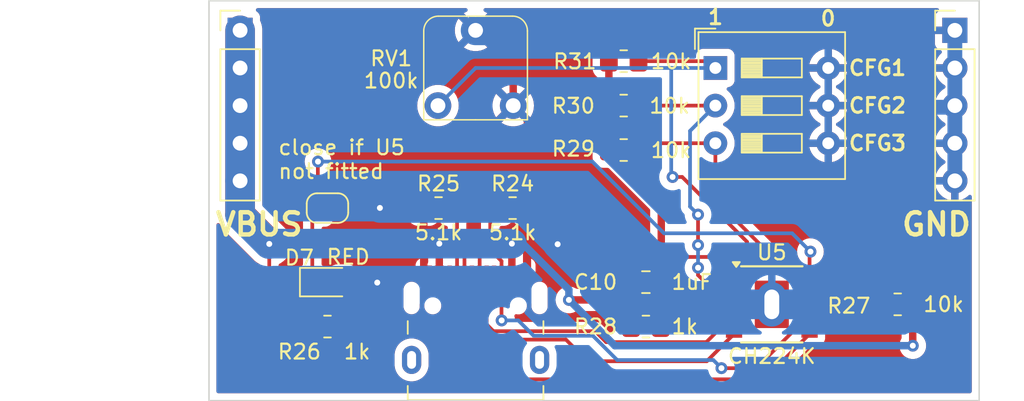
<source format=kicad_pcb>
(kicad_pcb (version 20240108) (generator "pcbnew") (generator_version "8.0")
  (layers (0 "F.Cu" signal) (31 "B.Cu" signal) (34 "B.Paste" user) (35 "F.Paste" user) (36 "B.SilkS" user "B.Silkscreen") (37 "F.SilkS" user "F.Silkscreen") (38 "B.Mask" user) (39 "F.Mask" user) (44 "Edge.Cuts" user))
  (net 0 "")
  (net 1 "/VDD_2")
  (net 2 "/CC2_2")
  (net 3 "/VBUS_2")
  (net 4 "/GND_2")
  (net 5 "/DP_2")
  (net 6 "/DM_2")
  (net 7 "/CC1_2")
  (net 8 "/CFG1_2")
  (net 9 "/CFG2_2")
  (net 10 "/CFG3_2")
  (net 11 "/PG_2")
  (net 12 "Net-(D7-A)")
  (net 17 "Net-(U5-VBUS)")
  (footprint "Resistor_SMD:R_0805_2012Metric_Pad1.20x1.40mm_HandSolder" (layer "F.Cu") (at 78 60.08 180)
    (property "Reference" "R29" (at 3.4 0.08 0) (layer "F.SilkS"))
    (property "Value" "10k" (at -3.2 -0.02 0) (layer "F.SilkS"))
    (fp_line (start -0.227064 0.735) (end 0.227064 0.735) (stroke (width 0.12)) (layer "F.SilkS"))
    (fp_line (start -0.227064 -0.735) (end 0.227064 -0.735) (stroke (width 0.12)) (layer "F.SilkS"))
    (pad "1" smd roundrect (at -1 0 180) (size 1.2 1.4) (layers "F.Cu" "F.Paste" "F.Mask") (roundrect_rratio 0.208333) (net 10 "/CFG3_2"))
    (pad "2" smd roundrect (at 1 0 180) (size 1.2 1.4) (layers "F.Cu" "F.Paste" "F.Mask") (roundrect_rratio 0.208333) (net 1 "/VDD_2"))
  )
  (footprint "Resistor_SMD:R_0805_2012Metric_Pad1.20x1.40mm_HandSolder" (layer "F.Cu") (at 65.5 64 180)
    (property "Reference" "R25" (at 0 1.65 180) (layer "F.SilkS"))
    (property "Value" "5.1k" (at 0 -1.65 180) (layer "F.SilkS"))
    (fp_line (start -0.227064 0.735) (end 0.227064 0.735) (stroke (width 0.12)) (layer "F.SilkS"))
    (fp_line (start -0.227064 -0.735) (end 0.227064 -0.735) (stroke (width 0.12)) (layer "F.SilkS"))
    (pad "1" smd roundrect (at -1 0 180) (size 1.2 1.4) (layers "F.Cu" "F.Paste" "F.Mask") (roundrect_rratio 0.208333) (net 7 "/CC1_2"))
    (pad "2" smd roundrect (at 1 0 180) (size 1.2 1.4) (layers "F.Cu" "F.Paste" "F.Mask") (roundrect_rratio 0.208333) (net 4 "/GND_2"))
  )
  (footprint "Resistor_SMD:R_0805_2012Metric_Pad1.20x1.40mm_HandSolder" (layer "F.Cu") (at 96.5 70.5 180)
    (property "Reference" "R27" (at 3.3 -0.1 0) (layer "F.SilkS"))
    (property "Value" "10k" (at -3.1 0 0) (layer "F.SilkS"))
    (fp_line (start -0.227064 0.735) (end 0.227064 0.735) (stroke (width 0.12)) (layer "F.SilkS"))
    (fp_line (start -0.227064 -0.735) (end 0.227064 -0.735) (stroke (width 0.12)) (layer "F.SilkS"))
    (pad "1" smd roundrect (at -1 0 180) (size 1.2 1.4) (layers "F.Cu" "F.Paste" "F.Mask") (roundrect_rratio 0.208333) (net 3 "/VBUS_2"))
    (pad "2" smd roundrect (at 1 0 180) (size 1.2 1.4) (layers "F.Cu" "F.Paste" "F.Mask") (roundrect_rratio 0.208333) (net 17 "Net-(U5-VBUS)"))
  )
  (footprint "Jumper:SolderJumper-2_P1.3mm_Open_RoundedPad1.0x1.5mm" (layer "F.Cu") (at 58 64 180)
    (property "Reference" "JP4" (hide yes))
    (property "Value" "Jumper_2_Open")
    (fp_line (start 1.4 -0.3) (end 1.4 0.3) (stroke (width 0.12)) (layer "F.SilkS"))
    (fp_line (start 0.7 1) (end -0.7 1) (stroke (width 0.12)) (layer "F.SilkS"))
    (fp_line (start -0.7 -1) (end 0.7 -1) (stroke (width 0.12)) (layer "F.SilkS"))
    (fp_line (start -1.4 0.3) (end -1.4 -0.3) (stroke (width 0.12)) (layer "F.SilkS"))
    (fp_arc (start 1.4 0.3) (mid 1.194975 0.794975) (end 0.7 1) (stroke (width 0.12)) (layer "F.SilkS"))
    (fp_arc (start 0.7 -1) (mid 1.194975 -0.794975) (end 1.4 -0.3) (stroke (width 0.12)) (layer "F.SilkS"))
    (fp_arc (start -0.7 1) (mid -1.194975 0.794975) (end -1.4 0.3) (stroke (width 0.12)) (layer "F.SilkS"))
    (fp_arc (start -1.4 -0.3) (mid -1.194975 -0.794975) (end -0.7 -1) (stroke (width 0.12)) (layer "F.SilkS"))
    (pad "1" smd custom (at -0.65 0 180) (size 1 0.5) (layers "F.Cu" "F.Mask") (net 4 "/GND_2") (options (clearance outline) (anchor rect)) (primitives (gr_circle (center 0 0.25) (end 0.5 0.25) (width 0) (fill yes)) (gr_circle (center 0 -0.25) (end 0.5 -0.25) (width 0) (fill yes)) (gr_poly (pts (xy 0.5 0.75) (xy 0 0.75) (xy 0 -0.75) (xy 0.5 -0.75)) (width 0) (fill yes))))
    (pad "2" smd custom (at 0.65 0 180) (size 1 0.5) (layers "F.Cu" "F.Mask") (net 11 "/PG_2") (options (clearance outline) (anchor rect)) (primitives (gr_circle (center 0 0.25) (end 0.5 0.25) (width 0) (fill yes)) (gr_circle (center 0 -0.25) (end 0.5 -0.25) (width 0) (fill yes)) (gr_poly (pts (xy 0 0.75) (xy -0.5 0.75) (xy -0.5 -0.75) (xy 0 -0.75)) (width 0) (fill yes))))
  )
  (footprint "Capacitor_SMD:C_0805_2012Metric_Pad1.18x1.45mm_HandSolder" (layer "F.Cu") (at 79.5 69 180)
    (property "Reference" "C10" (at 3.4 0 0) (layer "F.SilkS"))
    (property "Value" "1uF" (at -3.1 0 0) (layer "F.SilkS"))
    (fp_line (start -0.261252 0.735) (end 0.261252 0.735) (stroke (width 0.12)) (layer "F.SilkS"))
    (fp_line (start -0.261252 -0.735) (end 0.261252 -0.735) (stroke (width 0.12)) (layer "F.SilkS"))
    (pad "1" smd roundrect (at -1.0375 0 180) (size 1.175 1.45) (layers "F.Cu" "F.Paste" "F.Mask") (roundrect_rratio 0.212766) (net 1 "/VDD_2"))
    (pad "2" smd roundrect (at 1.0375 0 180) (size 1.175 1.45) (layers "F.Cu" "F.Paste" "F.Mask") (roundrect_rratio 0.212766) (net 4 "/GND_2"))
  )
  (footprint "Button_Switch_THT:SW_DIP_SPSTx03_Slide_9.78x9.8mm_W7.62mm_P2.54mm" (layer "F.Cu") (at 84.19 54.54)
    (property "Reference" "SW3" (hide yes))
    (property "Value" "SW_DIP_x03")
    (fp_line (start -1.38 -2.66) (end -1.38 -1.277) (stroke (width 0.12)) (layer "F.SilkS"))
    (fp_line (start -1.38 -2.66) (end 0.004 -2.66) (stroke (width 0.12)) (layer "F.SilkS"))
    (fp_line (start -1.14 -2.42) (end -1.14 7.5) (stroke (width 0.12)) (layer "F.SilkS"))
    (fp_line (start -1.14 -2.42) (end 8.76 -2.42) (stroke (width 0.12)) (layer "F.SilkS"))
    (fp_line (start -1.14 7.5) (end 8.76 7.5) (stroke (width 0.12)) (layer "F.SilkS"))
    (fp_line (start 1.78 -0.635) (end 1.78 0.635) (stroke (width 0.12)) (layer "F.SilkS"))
    (fp_line (start 1.78 -0.515) (end 3.133333 -0.515) (stroke (width 0.12)) (layer "F.SilkS"))
    (fp_line (start 1.78 -0.395) (end 3.133333 -0.395) (stroke (width 0.12)) (layer "F.SilkS"))
    (fp_line (start 1.78 -0.275) (end 3.133333 -0.275) (stroke (width 0.12)) (layer "F.SilkS"))
    (fp_line (start 1.78 -0.155) (end 3.133333 -0.155) (stroke (width 0.12)) (layer "F.SilkS"))
    (fp_line (start 1.78 -0.035) (end 3.133333 -0.035) (stroke (width 0.12)) (layer "F.SilkS"))
    (fp_line (start 1.78 0.085) (end 3.133333 0.085) (stroke (width 0.12)) (layer "F.SilkS"))
    (fp_line (start 1.78 0.205) (end 3.133333 0.205) (stroke (width 0.12)) (layer "F.SilkS"))
    (fp_line (start 1.78 0.325) (end 3.133333 0.325) (stroke (width 0.12)) (layer "F.SilkS"))
    (fp_line (start 1.78 0.445) (end 3.133333 0.445) (stroke (width 0.12)) (layer "F.SilkS"))
    (fp_line (start 1.78 0.565) (end 3.133333 0.565) (stroke (width 0.12)) (layer "F.SilkS"))
    (fp_line (start 1.78 0.635) (end 5.84 0.635) (stroke (width 0.12)) (layer "F.SilkS"))
    (fp_line (start 1.78 1.905) (end 1.78 3.175) (stroke (width 0.12)) (layer "F.SilkS"))
    (fp_line (start 1.78 2.025) (end 3.133333 2.025) (stroke (width 0.12)) (layer "F.SilkS"))
    (fp_line (start 1.78 2.145) (end 3.133333 2.145) (stroke (width 0.12)) (layer "F.SilkS"))
    (fp_line (start 1.78 2.265) (end 3.133333 2.265) (stroke (width 0.12)) (layer "F.SilkS"))
    (fp_line (start 1.78 2.385) (end 3.133333 2.385) (stroke (width 0.12)) (layer "F.SilkS"))
    (fp_line (start 1.78 2.505) (end 3.133333 2.505) (stroke (width 0.12)) (layer "F.SilkS"))
    (fp_line (start 1.78 2.625) (end 3.133333 2.625) (stroke (width 0.12)) (layer "F.SilkS"))
    (fp_line (start 1.78 2.745) (end 3.133333 2.745) (stroke (width 0.12)) (layer "F.SilkS"))
    (fp_line (start 1.78 2.865) (end 3.133333 2.865) (stroke (width 0.12)) (layer "F.SilkS"))
    (fp_line (start 1.78 2.985) (end 3.133333 2.985) (stroke (width 0.12)) (layer "F.SilkS"))
    (fp_line (start 1.78 3.105) (end 3.133333 3.105) (stroke (width 0.12)) (layer "F.SilkS"))
    (fp_line (start 1.78 3.175) (end 5.84 3.175) (stroke (width 0.12)) (layer "F.SilkS"))
    (fp_line (start 1.78 4.445) (end 1.78 5.715) (stroke (width 0.12)) (layer "F.SilkS"))
    (fp_line (start 1.78 4.565) (end 3.133333 4.565) (stroke (width 0.12)) (layer "F.SilkS"))
    (fp_line (start 1.78 4.685) (end 3.133333 4.685) (stroke (width 0.12)) (layer "F.SilkS"))
    (fp_line (start 1.78 4.805) (end 3.133333 4.805) (stroke (width 0.12)) (layer "F.SilkS"))
    (fp_line (start 1.78 4.925) (end 3.133333 4.925) (stroke (width 0.12)) (layer "F.SilkS"))
    (fp_line (start 1.78 5.045) (end 3.133333 5.045) (stroke (width 0.12)) (layer "F.SilkS"))
    (fp_line (start 1.78 5.165) (end 3.133333 5.165) (stroke (width 0.12)) (layer "F.SilkS"))
    (fp_line (start 1.78 5.285) (end 3.133333 5.285) (stroke (width 0.12)) (layer "F.SilkS"))
    (fp_line (start 1.78 5.405) (end 3.133333 5.405) (stroke (width 0.12)) (layer "F.SilkS"))
    (fp_line (start 1.78 5.525) (end 3.133333 5.525) (stroke (width 0.12)) (layer "F.SilkS"))
    (fp_line (start 1.78 5.645) (end 3.133333 5.645) (stroke (width 0.12)) (layer "F.SilkS"))
    (fp_line (start 1.78 5.715) (end 5.84 5.715) (stroke (width 0.12)) (layer "F.SilkS"))
    (fp_line (start 3.133333 -0.635) (end 3.133333 0.635) (stroke (width 0.12)) (layer "F.SilkS"))
    (fp_line (start 3.133333 1.905) (end 3.133333 3.175) (stroke (width 0.12)) (layer "F.SilkS"))
    (fp_line (start 3.133333 4.445) (end 3.133333 5.715) (stroke (width 0.12)) (layer "F.SilkS"))
    (fp_line (start 5.84 -0.635) (end 1.78 -0.635) (stroke (width 0.12)) (layer "F.SilkS"))
    (fp_line (start 5.84 0.635) (end 5.84 -0.635) (stroke (width 0.12)) (layer "F.SilkS"))
    (fp_line (start 5.84 1.905) (end 1.78 1.905) (stroke (width 0.12)) (layer "F.SilkS"))
    (fp_line (start 5.84 3.175) (end 5.84 1.905) (stroke (width 0.12)) (layer "F.SilkS"))
    (fp_line (start 5.84 4.445) (end 1.78 4.445) (stroke (width 0.12)) (layer "F.SilkS"))
    (fp_line (start 5.84 5.715) (end 5.84 4.445) (stroke (width 0.12)) (layer "F.SilkS"))
    (fp_line (start 8.76 -2.42) (end 8.76 7.5) (stroke (width 0.12)) (layer "F.SilkS"))
    (pad "1" thru_hole rect (at 0 0) (size 1.6 1.6) (drill 0.8) (layers "*.Cu" "*.Mask") (net 8 "/CFG1_2"))
    (pad "2" thru_hole oval (at 0 2.54) (size 1.6 1.6) (drill 0.8) (layers "*.Cu" "*.Mask") (net 9 "/CFG2_2"))
    (pad "3" thru_hole oval (at 0 5.08) (size 1.6 1.6) (drill 0.8) (layers "*.Cu" "*.Mask") (net 10 "/CFG3_2"))
    (pad "4" thru_hole oval (at 7.62 5.08) (size 1.6 1.6) (drill 0.8) (layers "*.Cu" "*.Mask") (net 4 "/GND_2"))
    (pad "5" thru_hole oval (at 7.62 2.54) (size 1.6 1.6) (drill 0.8) (layers "*.Cu" "*.Mask") (net 4 "/GND_2"))
    (pad "6" thru_hole oval (at 7.62 0) (size 1.6 1.6) (drill 0.8) (layers "*.Cu" "*.Mask") (net 4 "/GND_2"))
  )
  (footprint "misc:ESSOP-10_EP_3.9x4.9mm_P1.00mm_pth" (layer "F.Cu") (at 88 70.5)
    (property "Reference" "U5" (at 0 -3.5 0) (layer "F.SilkS"))
    (property "Value" "CH224K" (at 0 3.5 0) (layer "F.SilkS"))
    (fp_line (start -2.07 -2.57) (end 2.07 -2.57) (stroke (width 0.15)) (layer "F.SilkS"))
    (fp_line (start -2.07 2.57) (end 2.07 2.57) (stroke (width 0.15)) (layer "F.SilkS"))
    (fp_poly (pts (xy -2.4 -2.526919) (xy -2.64 -2.856919) (xy -2.16 -2.856919) (xy -2.4 -2.526919)) (stroke (width 0.12)) (fill solid) (layer "F.SilkS"))
    (pad "0" thru_hole oval (at 0 0) (size 2 3) (drill oval 1 2) (layers "*.Cu" "*.Mask") (net 4 "/GND_2"))
    (pad "0" smd rect (at 0 0 90) (size 3.2 2.3) (layers "F.Cu" "F.Paste" "F.Mask") (net 4 "/GND_2"))
    (pad "1" smd rect (at -2.55 -2) (size 1.1 0.51) (layers "F.Cu" "F.Paste" "F.Mask") (net 1 "/VDD_2"))
    (pad "2" smd rect (at -2.55 -1) (size 1.1 0.51) (layers "F.Cu" "F.Paste" "F.Mask") (net 8 "/CFG1_2"))
    (pad "3" smd rect (at -2.55 0) (size 1.1 0.51) (layers "F.Cu" "F.Paste" "F.Mask") (net 9 "/CFG2_2"))
    (pad "4" smd rect (at -2.55 1) (size 1.1 0.51) (layers "F.Cu" "F.Paste" "F.Mask") (net 5 "/DP_2"))
    (pad "5" smd rect (at -2.55 2) (size 1.1 0.51) (layers "F.Cu" "F.Paste" "F.Mask") (net 6 "/DM_2"))
    (pad "6" smd rect (at 2.55 2) (size 1.1 0.51) (layers "F.Cu" "F.Paste" "F.Mask") (net 7 "/CC1_2"))
    (pad "7" smd rect (at 2.55 1) (size 1.1 0.51) (layers "F.Cu" "F.Paste" "F.Mask") (net 2 "/CC2_2"))
    (pad "8" smd rect (at 2.55 0) (size 1.1 0.51) (layers "F.Cu" "F.Paste" "F.Mask") (net 17 "Net-(U5-VBUS)"))
    (pad "9" smd rect (at 2.55 -1) (size 1.1 0.51) (layers "F.Cu" "F.Paste" "F.Mask") (net 10 "/CFG3_2"))
    (pad "10" smd rect (at 2.55 -2) (size 1.1 0.51) (layers "F.Cu" "F.Paste" "F.Mask") (net 11 "/PG_2"))
  )
  (footprint "Connector_PinHeader_2.54mm:PinHeader_1x05_P2.54mm_Vertical" (layer "F.Cu") (at 100.36 52)
    (property "Reference" "J17" (hide yes))
    (property "Value" "Conn_01x05")
    (fp_line (start -1.33 -1.33) (end 0 -1.33) (stroke (width 0.12)) (layer "F.SilkS"))
    (fp_line (start -1.33 0) (end -1.33 -1.33) (stroke (width 0.12)) (layer "F.SilkS"))
    (fp_line (start -1.33 1.27) (end -1.33 11.49) (stroke (width 0.12)) (layer "F.SilkS"))
    (fp_line (start -1.33 1.27) (end 1.33 1.27) (stroke (width 0.12)) (layer "F.SilkS"))
    (fp_line (start -1.33 11.49) (end 1.33 11.49) (stroke (width 0.12)) (layer "F.SilkS"))
    (fp_line (start 1.33 1.27) (end 1.33 11.49) (stroke (width 0.12)) (layer "F.SilkS"))
    (pad "1" thru_hole rect (at 0 0) (size 1.7 1.7) (drill 1) (layers "*.Cu" "*.Mask") (net 4 "/GND_2"))
    (pad "2" thru_hole oval (at 0 2.54) (size 1.7 1.7) (drill 1) (layers "*.Cu" "*.Mask") (net 4 "/GND_2"))
    (pad "3" thru_hole oval (at 0 5.08) (size 1.7 1.7) (drill 1) (layers "*.Cu" "*.Mask") (net 4 "/GND_2"))
    (pad "4" thru_hole oval (at 0 7.62) (size 1.7 1.7) (drill 1) (layers "*.Cu" "*.Mask") (net 4 "/GND_2"))
    (pad "5" thru_hole oval (at 0 10.16) (size 1.7 1.7) (drill 1) (layers "*.Cu" "*.Mask") (net 4 "/GND_2"))
  )
  (footprint "Resistor_SMD:R_0805_2012Metric_Pad1.20x1.40mm_HandSolder" (layer "F.Cu") (at 78 57.08 180)
    (property "Reference" "R30" (at 3.4 -0.02 0) (layer "F.SilkS"))
    (property "Value" "10k" (at -3.1 -0.02 0) (layer "F.SilkS"))
    (fp_line (start -0.227064 0.735) (end 0.227064 0.735) (stroke (width 0.12)) (layer "F.SilkS"))
    (fp_line (start -0.227064 -0.735) (end 0.227064 -0.735) (stroke (width 0.12)) (layer "F.SilkS"))
    (pad "1" smd roundrect (at -1 0 180) (size 1.2 1.4) (layers "F.Cu" "F.Paste" "F.Mask") (roundrect_rratio 0.208333) (net 9 "/CFG2_2"))
    (pad "2" smd roundrect (at 1 0 180) (size 1.2 1.4) (layers "F.Cu" "F.Paste" "F.Mask") (roundrect_rratio 0.208333) (net 1 "/VDD_2"))
  )
  (footprint "LED_SMD:LED_0805_2012Metric_Pad1.15x1.40mm_HandSolder" (layer "F.Cu") (at 58 69)
    (property "Reference" "D7" (at -1.9 -1.65 0) (layer "F.SilkS"))
    (property "Value" "RED" (at 1.4 -1.7 0) (layer "F.SilkS"))
    (fp_line (start -1.86 -0.96) (end -1.86 0.96) (stroke (width 0.12)) (layer "F.SilkS"))
    (fp_line (start -1.86 0.96) (end 1 0.96) (stroke (width 0.12)) (layer "F.SilkS"))
    (fp_line (start 1 -0.96) (end -1.86 -0.96) (stroke (width 0.12)) (layer "F.SilkS"))
    (pad "1" smd roundrect (at -1.025 0) (size 1.15 1.4) (layers "F.Cu" "F.Paste" "F.Mask") (roundrect_rratio 0.217391) (net 11 "/PG_2"))
    (pad "2" smd roundrect (at 1.025 0) (size 1.15 1.4) (layers "F.Cu" "F.Paste" "F.Mask") (roundrect_rratio 0.217391) (net 12 "Net-(D7-A)"))
  )
  (footprint "Connector_PinHeader_2.54mm:PinHeader_1x05_P2.54mm_Vertical" (layer "F.Cu") (at 52.1 52)
    (property "Reference" "J16" (hide yes))
    (property "Value" "Conn_01x05")
    (fp_line (start -1.33 -1.33) (end 0 -1.33) (stroke (width 0.12)) (layer "F.SilkS"))
    (fp_line (start -1.33 0) (end -1.33 -1.33) (stroke (width 0.12)) (layer "F.SilkS"))
    (fp_line (start -1.33 1.27) (end -1.33 11.49) (stroke (width 0.12)) (layer "F.SilkS"))
    (fp_line (start -1.33 1.27) (end 1.33 1.27) (stroke (width 0.12)) (layer "F.SilkS"))
    (fp_line (start -1.33 11.49) (end 1.33 11.49) (stroke (width 0.12)) (layer "F.SilkS"))
    (fp_line (start 1.33 1.27) (end 1.33 11.49) (stroke (width 0.12)) (layer "F.SilkS"))
    (pad "1" thru_hole rect (at 0 0) (size 1.7 1.7) (drill 1) (layers "*.Cu" "*.Mask") (net 3 "/VBUS_2"))
    (pad "2" thru_hole oval (at 0 2.54) (size 1.7 1.7) (drill 1) (layers "*.Cu" "*.Mask") (net 3 "/VBUS_2"))
    (pad "3" thru_hole oval (at 0 5.08) (size 1.7 1.7) (drill 1) (layers "*.Cu" "*.Mask") (net 3 "/VBUS_2"))
    (pad "4" thru_hole oval (at 0 7.62) (size 1.7 1.7) (drill 1) (layers "*.Cu" "*.Mask") (net 3 "/VBUS_2"))
    (pad "5" thru_hole oval (at 0 10.16) (size 1.7 1.7) (drill 1) (layers "*.Cu" "*.Mask") (net 3 "/VBUS_2"))
  )
  (footprint "Resistor_SMD:R_0805_2012Metric_Pad1.20x1.40mm_HandSolder" (layer "F.Cu") (at 70.5 64)
    (property "Reference" "R24" (at 0 -1.65 0) (layer "F.SilkS"))
    (property "Value" "5.1k" (at 0 1.65 0) (layer "F.SilkS"))
    (fp_line (start -0.227064 -0.735) (end 0.227064 -0.735) (stroke (width 0.12)) (layer "F.SilkS"))
    (fp_line (start -0.227064 0.735) (end 0.227064 0.735) (stroke (width 0.12)) (layer "F.SilkS"))
    (pad "1" smd roundrect (at -1 0) (size 1.2 1.4) (layers "F.Cu" "F.Paste" "F.Mask") (roundrect_rratio 0.208333) (net 2 "/CC2_2"))
    (pad "2" smd roundrect (at 1 0) (size 1.2 1.4) (layers "F.Cu" "F.Paste" "F.Mask") (roundrect_rratio 0.208333) (net 4 "/GND_2"))
  )
  (footprint "Resistor_SMD:R_0805_2012Metric_Pad1.20x1.40mm_HandSolder" (layer "F.Cu") (at 58 72)
    (property "Reference" "R26" (at -1.9 1.7 0) (layer "F.SilkS"))
    (property "Value" "1k" (at 2 1.7 0) (layer "F.SilkS"))
    (fp_line (start -0.227064 -0.735) (end 0.227064 -0.735) (stroke (width 0.12)) (layer "F.SilkS"))
    (fp_line (start -0.227064 0.735) (end 0.227064 0.735) (stroke (width 0.12)) (layer "F.SilkS"))
    (pad "1" smd roundrect (at -1 0) (size 1.2 1.4) (layers "F.Cu" "F.Paste" "F.Mask") (roundrect_rratio 0.208333) (net 3 "/VBUS_2"))
    (pad "2" smd roundrect (at 1 0) (size 1.2 1.4) (layers "F.Cu" "F.Paste" "F.Mask") (roundrect_rratio 0.208333) (net 12 "Net-(D7-A)"))
  )
  (footprint "misc:trim_pot" (layer "F.Cu") (at 68 54.54)
    (property "Reference" "RV1" (at -5.7 -0.64 0) (layer "F.SilkS"))
    (property "Value" "100k" (at -5.7 0.86 0) (layer "F.SilkS"))
    (fp_line (start -3.5 3.5) (end -3.5 -2.5) (stroke (width 0.1)) (layer "F.SilkS"))
    (fp_line (start -3.5 3.5) (end 0 3.5) (stroke (width 0.1)) (layer "F.SilkS"))
    (fp_line (start -2.5 -3.5) (end 0 -3.5) (stroke (width 0.1)) (layer "F.SilkS"))
    (fp_line (start 2.5 -3.5) (end 0 -3.5) (stroke (width 0.1)) (layer "F.SilkS"))
    (fp_line (start 3.5 3.5) (end 0 3.5) (stroke (width 0.1)) (layer "F.SilkS"))
    (fp_line (start 3.5 3.5) (end 3.5 -2.5) (stroke (width 0.1)) (layer "F.SilkS"))
    (fp_arc (start -3.5 -2.5) (mid -3.207107 -3.207107) (end -2.5 -3.5) (stroke (width 0.1)) (layer "F.SilkS"))
    (fp_arc (start 2.5 -3.5) (mid 3.207107 -3.207107) (end 3.5 -2.5) (stroke (width 0.1)) (layer "F.SilkS"))
    (pad "1" thru_hole circle (at -2.54 2.54) (size 1.8 1.8) (drill 1) (layers "*.Cu" "*.Mask") (net 8 "/CFG1_2"))
    (pad "2" thru_hole circle (at 0 -2.54) (size 1.8 1.8) (drill 1) (layers "*.Cu" "*.Mask") (net 4 "/GND_2"))
    (pad "3" thru_hole circle (at 2.54 2.54) (size 1.8 1.8) (drill 1) (layers "*.Cu" "*.Mask") (net 4 "/GND_2"))
  )
  (footprint "Resistor_SMD:R_0805_2012Metric_Pad1.20x1.40mm_HandSolder" (layer "F.Cu") (at 78 54.08 180)
    (property "Reference" "R31" (at 3.3 -0.02 0) (layer "F.SilkS"))
    (property "Value" "10k" (at -3.2 -0.02 0) (layer "F.SilkS"))
    (fp_line (start -0.227064 0.735) (end 0.227064 0.735) (stroke (width 0.12)) (layer "F.SilkS"))
    (fp_line (start -0.227064 -0.735) (end 0.227064 -0.735) (stroke (width 0.12)) (layer "F.SilkS"))
    (pad "1" smd roundrect (at -1 0 180) (size 1.2 1.4) (layers "F.Cu" "F.Paste" "F.Mask") (roundrect_rratio 0.208333) (net 8 "/CFG1_2"))
    (pad "2" smd roundrect (at 1 0 180) (size 1.2 1.4) (layers "F.Cu" "F.Paste" "F.Mask") (roundrect_rratio 0.208333) (net 1 "/VDD_2"))
  )
  (footprint "Resistor_SMD:R_0805_2012Metric_Pad1.20x1.40mm_HandSolder" (layer "F.Cu") (at 79.5 72)
    (property "Reference" "R28" (at -3.4 0 0) (layer "F.SilkS"))
    (property "Value" "1k" (at 2.623809 0 0) (layer "F.SilkS"))
    (fp_line (start -0.227064 -0.735) (end 0.227064 -0.735) (stroke (width 0.12)) (layer "F.SilkS"))
    (fp_line (start -0.227064 0.735) (end 0.227064 0.735) (stroke (width 0.12)) (layer "F.SilkS"))
    (pad "1" smd roundrect (at -1 0) (size 1.2 1.4) (layers "F.Cu" "F.Paste" "F.Mask") (roundrect_rratio 0.208333) (net 3 "/VBUS_2"))
    (pad "2" smd roundrect (at 1 0) (size 1.2 1.4) (layers "F.Cu" "F.Paste" "F.Mask") (roundrect_rratio 0.208333) (net 1 "/VDD_2"))
  )
  (footprint "misc:usb_c_connector" (layer "F.Cu") (at 68 74.25)
    (property "Reference" "J18" (hide yes))
    (property "Value" "USB_C_Receptacle_USB2.0")
    (fp_line (start -4.58 -2.617) (end -4.58 -1.762) (stroke (width 0.12)) (layer "F.SilkS"))
    (fp_line (start -4.58 1.758) (end -4.58 2.708) (stroke (width 0.12)) (layer "F.SilkS"))
    (fp_line (start -4.58 2.708) (end 4.58 2.708) (stroke (width 0.12)) (layer "F.SilkS"))
    (fp_line (start 4.58 -2.617) (end 4.58 -1.762) (stroke (width 0.12)) (layer "F.SilkS"))
    (fp_line (start 4.58 1.758) (end 4.58 2.708) (stroke (width 0.12)) (layer "F.SilkS"))
    (pad "" np_thru_hole oval (at -4.32 -4.18) (size 0.6 1.7) (drill oval 0.6 1.7) (layers "F&B.Cu" "*.Mask"))
    (pad "" np_thru_hole circle (at -2.89 -3.65) (size 0.65 0.65) (drill 0.65) (layers "F&B.Cu" "*.Mask"))
    (pad "" np_thru_hole circle (at 2.89 -3.65) (size 0.65 0.65) (drill 0.65) (layers "F&B.Cu" "*.Mask"))
    (pad "" np_thru_hole oval (at 4.32 -4.18) (size 0.6 1.7) (drill oval 0.6 1.7) (layers "F&B.Cu" "*.Mask"))
    (pad "A1" smd rect (at -3.25 -5.37) (size 0.6 2) (layers "F.Cu" "F.Paste" "F.Mask") (net 4 "/GND_2"))
    (pad "A4" smd rect (at -2.45 -5.37) (size 0.6 2) (layers "F.Cu" "F.Paste" "F.Mask") (net 3 "/VBUS_2"))
    (pad "A5" smd rect (at -1.25 -5.37) (size 0.3 2) (layers "F.Cu" "F.Paste" "F.Mask") (net 7 "/CC1_2"))
    (pad "A6" smd rect (at -0.25 -5.37) (size 0.3 2) (layers "F.Cu" "F.Paste" "F.Mask") (net 5 "/DP_2"))
    (pad "A7" smd rect (at 0.25 -5.37) (size 0.3 2) (layers "F.Cu" "F.Paste" "F.Mask") (net 6 "/DM_2"))
    (pad "A8" smd rect (at 1.25 -5.37) (size 0.3 2) (layers "F.Cu" "F.Paste" "F.Mask"))
    (pad "A9" smd rect (at 2.45 -5.37) (size 0.6 2) (layers "F.Cu" "F.Paste" "F.Mask") (net 3 "/VBUS_2"))
    (pad "A12" smd rect (at 3.25 -5.37) (size 0.6 2) (layers "F.Cu" "F.Paste" "F.Mask") (net 4 "/GND_2"))
    (pad "B1" smd rect (at 3.25 -5.37) (size 0.6 2) (layers "F.Cu" "F.Paste" "F.Mask") (net 4 "/GND_2"))
    (pad "B4" smd rect (at 2.45 -5.37) (size 0.6 2) (layers "F.Cu" "F.Paste" "F.Mask") (net 3 "/VBUS_2"))
    (pad "B5" smd rect (at 1.75 -5.37) (size 0.3 2) (layers "F.Cu" "F.Paste" "F.Mask") (net 2 "/CC2_2"))
    (pad "B6" smd rect (at 0.75 -5.37) (size 0.3 2) (layers "F.Cu" "F.Paste" "F.Mask") (net 5 "/DP_2"))
    (pad "B7" smd rect (at -0.75 -5.37) (size 0.3 2) (layers "F.Cu" "F.Paste" "F.Mask") (net 6 "/DM_2"))
    (pad "B8" smd rect (at -1.75 -5.37) (size 0.3 2) (layers "F.Cu" "F.Paste" "F.Mask"))
    (pad "B9" smd rect (at -2.45 -5.37) (size 0.6 2) (layers "F.Cu" "F.Paste" "F.Mask") (net 3 "/VBUS_2"))
    (pad "B12" smd rect (at -3.25 -5.37) (size 0.6 2) (layers "F.Cu" "F.Paste" "F.Mask") (net 4 "/GND_2"))
    (pad "S1" thru_hole oval (at -4.32 0) (size 1.3 1.9) (drill oval 0.6 1.2) (layers "*.Cu" "*.Mask"))
    (pad "S1" thru_hole oval (at 4.32 0) (size 1.3 1.9) (drill oval 0.6 1.2) (layers "*.Cu" "*.Mask"))
  )
  (gr_rect (start 50 50) (end 102 77) (stroke (width 0.1)) (fill none) (layer "Edge.Cuts"))
  (gr_text "CFG2" (at 93.1 57.08 0) (layer "F.SilkS") (effects (font (size 1 1) (thickness 0.2) (bold yes)) (justify left)))
  (gr_text "GND" (at 101.6 65.1 0) (layer "F.SilkS") (effects (font (size 1.5 1.5) (thickness 0.3) (bold yes)) (justify right)))
  (gr_text "1" (at 84.2 51.1 0) (layer "F.SilkS") (effects (font (size 1 1) (thickness 0.2) (bold yes))))
  (gr_text "0" (at 91.8 51.2 0) (layer "F.SilkS") (effects (font (size 1 1) (thickness 0.2) (bold yes))))
  (gr_text "close if U5\nnot fitted" (at 54.6 62.1 0) (layer "F.SilkS") (effects (font (size 1 1)) (justify left bottom)))
  (gr_text "CFG1" (at 93.1 54.54 0) (layer "F.SilkS") (effects (font (size 1 1) (thickness 0.2) (bold yes)) (justify left)))
  (gr_text "VBUS" (at 50.3 65.1 0) (layer "F.SilkS") (effects (font (size 1.5 1.5) (thickness 0.3) (bold yes)) (justify left)))
  (gr_text "CFG3" (at 93.1 59.62 0) (layer "F.SilkS") (effects (font (size 1 1) (thickness 0.2) (bold yes)) (justify left)))
  (segment (start 80.5375 63.7875) (end 80.5375 69) (width 0.5) (layer "F.Cu") (net 1))
  (segment (start 77 54.08) (end 77 57.08) (width 0.5) (layer "F.Cu") (net 1))
  (segment (start 77 60.08) (end 77 60.25) (width 0.5) (layer "F.Cu") (net 1))
  (segment (start 82.2375 67.3) (end 84.25 67.3) (width 0.25) (layer "F.Cu") (net 1))
  (segment (start 84.25 67.3) (end 85.45 68.5) (width 0.25) (layer "F.Cu") (net 1))
  (segment (start 80.5 69.0375) (end 80.5375 69) (width 0.25) (layer "F.Cu") (net 1))
  (segment (start 80.5 72) (end 80.5 69.0375) (width 0.25) (layer "F.Cu") (net 1))
  (segment (start 77 57.08) (end 77 60.08) (width 0.5) (layer "F.Cu") (net 1))
  (segment (start 80.5375 69) (end 82.2375 67.3) (width 0.25) (layer "F.Cu") (net 1))
  (segment (start 77 60.25) (end 80.5375 63.7875) (width 0.5) (layer "F.Cu") (net 1))
  (segment (start 68.99 66.82) (end 68.99 64.51) (width 0.25) (layer "F.Cu") (net 2))
  (segment (start 69.75 71.575) (end 69.75 68.88) (width 0.25) (layer "F.Cu") (net 2))
  (segment (start 69.75 67.58) (end 68.99 66.82) (width 0.25) (layer "F.Cu") (net 2))
  (segment (start 69.75 68.88) (end 69.75 67.58) (width 0.25) (layer "F.Cu") (net 2))
  (segment (start 68.99 64.51) (end 69.5 64) (width 0.25) (layer "F.Cu") (net 2))
  (segment (start 86.946128 74.808872) (end 90.255 71.5) (width 0.25) (layer "F.Cu") (net 2))
  (segment (start 90.255 71.5) (end 90.55 71.5) (width 0.25) (layer "F.Cu") (net 2))
  (segment (start 69.76 71.585) (end 69.75 71.575) (width 0.25) (layer "F.Cu") (net 2))
  (segment (start 84.6 74.808872) (end 86.946128 74.808872) (width 0.25) (layer "F.Cu") (net 2))
  (via (at 84.6 74.808872) (size 0.8) (drill 0.4) (layers "F.Cu" "B.Cu") (net 2))
  (via (at 69.76 71.585) (size 0.8) (drill 0.4) (layers "F.Cu" "B.Cu") (net 2))
  (segment (start 77.56 74.26) (end 75.92 72.62) (width 0.25) (layer "B.Cu") (net 2))
  (segment (start 84.6 74.808872) (end 84.051128 74.26) (width 0.25) (layer "B.Cu") (net 2))
  (segment (start 75.92 72.62) (end 71.92 72.62) (width 0.25) (layer "B.Cu") (net 2))
  (segment (start 70.885 71.585) (end 69.76 71.585) (width 0.25) (layer "B.Cu") (net 2))
  (segment (start 84.051128 74.26) (end 77.56 74.26) (width 0.25) (layer "B.Cu") (net 2))
  (segment (start 71.92 72.62) (end 70.885 71.585) (width 0.25) (layer "B.Cu") (net 2))
  (segment (start 70.45 68.88) (end 70.45 66.47) (width 0.5) (layer "F.Cu") (net 3))
  (segment (start 57 72) (end 54.07 69.07) (width 0.25) (layer "F.Cu") (net 3))
  (segment (start 97.5 70.5) (end 97.52 73.29) (width 0.5) (layer "F.Cu") (net 3))
  (segment (start 76.7 70.2) (end 78.5 72) (width 0.5) (layer "F.Cu") (net 3))
  (segment (start 97.52 73.29) (end 97.5 73.3) (width 0.5) (layer "F.Cu") (net 3))
  (segment (start 54.07 69.07) (end 54.07 66.42) (width 0.25) (layer "F.Cu") (net 3))
  (segment (start 52.1 52) (end 52.1 64.45) (width 2) (layer "F.Cu") (net 3))
  (segment (start 74.3 70.2) (end 76.7 70.2) (width 0.5) (layer "F.Cu") (net 3))
  (segment (start 52.1 64.45) (end 54.07 66.42) (width 2) (layer "F.Cu") (net 3))
  (segment (start 65.55 68.88) (end 65.55 66.42) (width 0.5) (layer "F.Cu") (net 3))
  (segment (start 97.5 73.3) (end 97.52 73.32) (width 0.5) (layer "F.Cu") (net 3))
  (via (at 54.07 66.42) (size 0.8) (drill 0.4) (layers "F.Cu" "B.Cu") (net 3))
  (via (at 97.52 73.29) (size 0.8) (drill 0.4) (layers "F.Cu" "B.Cu") (net 3))
  (via (at 70.45 66.4) (size 0.8) (drill 0.4) (layers "F.Cu" "B.Cu") (net 3))
  (via (at 74.3 70.2) (size 0.8) (drill 0.4) (layers "F.Cu" "B.Cu") (net 3))
  (via (at 65.55 66.4) (size 0.8) (drill 0.4) (layers "F.Cu" "B.Cu") (net 3))
  (segment (start 74.3 70.2) (end 74.313172 70.2) (width 0.5) (layer "B.Cu") (net 3))
  (segment (start 54.05 66.4) (end 54.07 66.42) (width 2) (layer "B.Cu") (net 3))
  (segment (start 74.3 70.2) (end 74.3 69.51) (width 0.5) (layer "B.Cu") (net 3))
  (segment (start 70.45 66.4) (end 65.55 66.4) (width 2) (layer "B.Cu") (net 3))
  (segment (start 77.403172 73.29) (end 97.52 73.29) (width 0.5) (layer "B.Cu") (net 3))
  (segment (start 54.09 66.4) (end 65.55 66.4) (width 2) (layer "B.Cu") (net 3))
  (segment (start 74.313172 70.2) (end 77.403172 73.29) (width 0.5) (layer "B.Cu") (net 3))
  (segment (start 52.1 62.16) (end 52.1 64.48) (width 2) (layer "B.Cu") (net 3))
  (segment (start 74.3 69.51) (end 71.19 66.4) (width 0.5) (layer "B.Cu") (net 3))
  (segment (start 54.07 66.42) (end 54.09 66.4) (width 2) (layer "B.Cu") (net 3))
  (segment (start 52.1 52) (end 52.1 62.16) (width 2) (layer "B.Cu") (net 3))
  (segment (start 52.1 64.48) (end 54.04 66.42) (width 2) (layer "B.Cu") (net 3))
  (segment (start 54.04 66.4) (end 54.05 66.4) (width 2) (layer "B.Cu") (net 3))
  (segment (start 71.19 66.4) (end 70.45 66.4) (width 0.5) (layer "B.Cu") (net 3))
  (segment (start 71.5 64) (end 73.4625 64) (width 0.5) (layer "F.Cu") (net 4))
  (segment (start 61.53 64) (end 58.65 64) (width 0.5) (layer "F.Cu") (net 4))
  (segment (start 64.5 64) (end 61.55 64) (width 0.5) (layer "F.Cu") (net 4))
  (segment (start 61.55 64) (end 61.54 63.99) (width 0.5) (layer "F.Cu") (net 4))
  (segment (start 64.5 66.3) (end 64.5 64) (width 0.5) (layer "F.Cu") (net 4))
  (segment (start 73.13 66.03) (end 73.54 66.44) (width 0.5) (layer "F.Cu") (net 4))
  (segment (start 63.58 66.3) (end 61.36 68.52) (width 0.5) (layer "F.Cu") (net 4))
  (segment (start 73.4625 64) (end 78.4625 69) (width 0.5) (layer "F.Cu") (net 4))
  (segment (start 70.54 57.08) (end 70.54 54.54) (width 0.5) (layer "F.Cu") (net 4))
  (segment (start 64.5 64) (end 64.5 63.12) (width 0.5) (layer "F.Cu") (net 4))
  (segment (start 64.5 63.12) (end 70.54 57.08) (width 0.5) (layer "F.Cu") (net 4))
  (segment (start 64.5 66.3) (end 63.58 66.3) (width 0.5) (layer "F.Cu") (net 4))
  (segment (start 71.5 66.03) (end 73.13 66.03) (width 0.5) (layer "F.Cu") (net 4))
  (segment (start 70.54 54.54) (end 68 52) (width 0.5) (layer "F.Cu") (net 4))
  (segment (start 71.5 58.04) (end 70.54 57.08) (width 0.5) (layer "F.Cu") (net 4))
  (segment (start 71.5 68.63) (end 71.5 66.03) (width 0.5) (layer "F.Cu") (net 4))
  (segment (start 71.5 64) (end 71.5 58.04) (width 0.5) (layer "F.Cu") (net 4))
  (segment (start 61.36 68.52) (end 61.36 69.03) (width 0.5) (layer "F.Cu") (net 4))
  (segment (start 61.54 63.99) (end 61.53 64) (width 0.5) (layer "F.Cu") (net 4))
  (segment (start 71.5 66.03) (end 71.5 64) (width 0.5) (layer "F.Cu") (net 4))
  (segment (start 71.25 68.88) (end 71.5 68.63) (width 0.5) (layer "F.Cu") (net 4))
  (segment (start 64.75 68.88) (end 64.5 68.63) (width 0.5) (layer "F.Cu") (net 4))
  (segment (start 64.5 68.63) (end 64.5 66.3) (width 0.5) (layer "F.Cu") (net 4))
  (via (at 61.36 69.03) (size 0.8) (drill 0.4) (layers "F.Cu" "B.Cu") (net 4))
  (via (at 61.54 63.99) (size 0.8) (drill 0.4) (layers "F.Cu" "B.Cu") (net 4))
  (via (at 73.54 66.44) (size 0.8) (drill 0.4) (layers "F.Cu" "B.Cu") (net 4))
  (segment (start 77.6 70.5) (end 75.46 68.36) (width 2) (layer "B.Cu") (net 4))
  (segment (start 75.46 68.29873) (end 71.15127 63.99) (width 2) (layer "B.Cu") (net 4))
  (segment (start 88 70.5) (end 77.6 70.5) (width 2) (layer "B.Cu") (net 4))
  (segment (start 75.46 68.36) (end 73.54 66.44) (width 2) (layer "B.Cu") (net 4))
  (segment (start 91.89 57) (end 91.81 57.08) (width 0.25) (layer "B.Cu") (net 4))
  (segment (start 91.81 57.08) (end 94.42 57.08) (width 0.25) (layer "B.Cu") (net 4))
  (segment (start 91.86 70.5) (end 94.5 67.86) (width 2) (layer "B.Cu") (net 4))
  (segment (start 91.81 54.54) (end 94.44 54.54) (width 0.25) (layer "B.Cu") (net 4))
  (segment (start 88 70.5) (end 91.86 70.5) (width 2) (layer "B.Cu") (net 4))
  (segment (start 100.36 52) (end 100.36 62.16) (width 1) (layer "B.Cu") (net 4))
  (segment (start 75.46 68.36) (end 75.46 68.29873) (width 2) (layer "B.Cu") (net 4))
  (segment (start 94.5 67.86) (end 94.5 53.5) (width 2) (layer "B.Cu") (net 4))
  (segment (start 71.15127 63.99) (end 61.54 63.99) (width 2) (layer "B.Cu") (net 4))
  (segment (start 94.5 57.2) (end 98.15 57.2) (width 2) (layer "B.Cu") (net 4))
  (segment (start 98.15 57.2) (end 98.16 57.19) (width 2) (layer "B.Cu") (net 4))
  (segment (start 100.25 57.19) (end 98.16 57.19) (width 1) (layer "B.Cu") (net 4))
  (segment (start 94.5 53.5) (end 93 52) (width 2) (layer "B.Cu") (net 4))
  (segment (start 93 52) (end 68 52) (width 2) (layer "B.Cu") (net 4))
  (segment (start 91.81 59.62) (end 94.12 59.62) (width 0.25) (layer "B.Cu") (net 4))
  (segment (start 69.2 72.31) (end 67.75 70.86) (width 0.25) (layer "F.Cu") (net 5))
  (segment (start 76.074695 72.31) (end 69.2 72.31) (width 0.25) (layer "F.Cu") (net 5))
  (segment (start 68.75 71.86) (end 68.815 71.925) (width 0.25) (layer "F.Cu") (net 5))
  (segment (start 68.75 68.88) (end 68.75 71.86) (width 0.25) (layer "F.Cu") (net 5))
  (segment (start 85.45 71.5) (end 85.13 71.5) (width 0.25) (layer "F.Cu") (net 5))
  (segment (start 83.58 73.05) (end 76.814695 73.05) (width 0.25) (layer "F.Cu") (net 5))
  (segment (start 67.75 70.86) (end 67.75 68.88) (width 0.25) (layer "F.Cu") (net 5))
  (segment (start 76.814695 73.05) (end 76.074695 72.31) (width 0.25) (layer "F.Cu") (net 5))
  (segment (start 85.13 71.5) (end 83.58 73.05) (width 0.25) (layer "F.Cu") (net 5))
  (segment (start 67.41 66.86) (end 68.14 66.86) (width 0.25) (layer "F.Cu") (net 6))
  (segment (start 68.275 66.995) (end 68.275 68.855) (width 0.25) (layer "F.Cu") (net 6))
  (segment (start 67.25 68.88) (end 67.25 67.02) (width 0.25) (layer "F.Cu") (net 6))
  (segment (start 85.45 72.5) (end 83.61 74.34) (width 0.25) (layer "F.Cu") (net 6))
  (segment (start 83.61 74.34) (end 75.56 74.34) (width 0.25) (layer "F.Cu") (net 6))
  (segment (start 75.56 74.34) (end 74.1 72.88) (width 0.25) (layer "F.Cu") (net 6))
  (segment (start 68.14 66.86) (end 68.275 66.995) (width 0.25) (layer "F.Cu") (net 6))
  (segment (start 67.25 67.02) (end 67.41 66.86) (width 0.25) (layer "F.Cu") (net 6))
  (segment (start 68.37 72.88) (end 67.25 71.76) (width 0.25) (layer "F.Cu") (net 6))
  (segment (start 68.275 68.855) (end 68.25 68.88) (width 0.25) (layer "F.Cu") (net 6))
  (segment (start 74.1 72.88) (end 68.37 72.88) (width 0.25) (layer "F.Cu") (net 6))
  (segment (start 67.25 71.76) (end 67.25 68.88) (width 0.25) (layer "F.Cu") (net 6))
  (segment (start 66.75 64.25) (end 66.5 64) (width 0.25) (layer "F.Cu") (net 7))
  (segment (start 66.75 72.8) (end 69.51 75.56) (width 0.25) (layer "F.Cu") (net 7))
  (segment (start 69.51 75.56) (end 87.49 75.56) (width 0.25) (layer "F.Cu") (net 7))
  (segment (start 87.49 75.56) (end 90.55 72.5) (width 0.25) (layer "F.Cu") (net 7))
  (segment (start 66.75 68.88) (end 66.75 72.8) (width 0.25) (layer "F.Cu") (net 7))
  (segment (start 66.75 68.88) (end 66.75 64.25) (width 0.25) (layer "F.Cu") (net 7))
  (segment (start 81.95 61.9) (end 86.325 66.275) (width 0.25) (layer "F.Cu") (net 8))
  (segment (start 81.3 61.9) (end 81.95 61.9) (width 0.25) (layer "F.Cu") (net 8))
  (segment (start 79 54.08) (end 83.73 54.08) (width 0.25) (layer "F.Cu") (net 8))
  (segment (start 86.325 66.275) (end 86.325 68.92) (width 0.25) (layer "F.Cu") (net 8))
  (segment (start 86.325 68.92) (end 85.745 69.5) (width 0.25) (layer "F.Cu") (net 8))
  (segment (start 85.745 69.5) (end 85.45 69.5) (width 0.25) (layer "F.Cu") (net 8))
  (segment (start 83.73 54.08) (end 84.19 54.54) (width 0.25) (layer "F.Cu") (net 8))
  (via (at 81.3 61.9) (size 0.8) (drill 0.4) (layers "F.Cu" "B.Cu") (net 8))
  (segment (start 81.3 61.9) (end 81.21 61.81) (width 0.25) (layer "B.Cu") (net 8))
  (segment (start 81.21 54.54) (end 84.19 54.54) (width 0.25) (layer "B.Cu") (net 8))
  (segment (start 68 54.54) (end 81.21 54.54) (width 0.25) (layer "B.Cu") (net 8))
  (segment (start 65.46 57.08) (end 68 54.54) (width 0.25) (layer "B.Cu") (net 8))
  (segment (start 81.21 61.81) (end 81.21 54.54) (width 0.25) (layer "B.Cu") (net 8))
  (segment (start 83.02 64.44) (end 83.02 64.43) (width 0.25) (layer "F.Cu") (net 9))
  (segment (start 83.02 68.025) (end 83.02 68.525) (width 0.25) (layer "F.Cu") (net 9))
  (segment (start 79 57.08) (end 84.19 57.08) (width 0.25) (layer "F.Cu") (net 9))
  (segment (start 83.02 66.5) (end 83.02 64.44) (width 0.25) (layer "F.Cu") (net 9))
  (segment (start 84.995 70.5) (end 85.45 70.5) (width 0.25) (layer "F.Cu") (net 9))
  (segment (start 83.02 68.525) (end 84.995 70.5) (width 0.25) (layer "F.Cu") (net 9))
  (via (at 83.02 68.025) (size 0.8) (drill 0.4) (layers "F.Cu" "B.Cu") (net 9))
  (via (at 83.02 66.5) (size 0.8) (drill 0.4) (layers "F.Cu" "B.Cu") (net 9))
  (via (at 83.02 64.44) (size 0.8) (drill 0.4) (layers "F.Cu" "B.Cu") (net 9))
  (segment (start 82.48 63.9) (end 82.48 58.79) (width 0.25) (layer "B.Cu") (net 9))
  (segment (start 83.02 64.44) (end 82.48 63.9) (width 0.25) (layer "B.Cu") (net 9))
  (segment (start 82.48 58.79) (end 84.19 57.08) (width 0.25) (layer "B.Cu") (net 9))
  (segment (start 83.02 68.025) (end 83.02 66.5) (width 0.25) (layer "B.Cu") (net 9))
  (segment (start 84.19 63.435) (end 84.19 59.62) (width 0.25) (layer "F.Cu") (net 10))
  (segment (start 84.19 59.62) (end 79.46 59.62) (width 0.25) (layer "F.Cu") (net 10))
  (segment (start 90.55 69.5) (end 90.255 69.5) (width 0.25) (layer "F.Cu") (net 10))
  (segment (start 90.255 69.5) (end 84.19 63.435) (width 0.25) (layer "F.Cu") (net 10))
  (segment (start 79.46 59.62) (end 79 60.08) (width 0.25) (layer "F.Cu") (net 10))
  (segment (start 57.35 60.87) (end 57.36 60.86) (width 0.25) (layer "F.Cu") (net 11))
  (segment (start 90.55 67) (end 90.55 68.5) (width 0.25) (layer "F.Cu") (net 11))
  (segment (start 56.975 69) (end 56.975 64.375) (width 0.25) (layer "F.Cu") (net 11))
  (segment (start 56.975 64.375) (end 57.35 64) (width 0.25) (layer "F.Cu") (net 11))
  (segment (start 57.35 64) (end 57.35 60.87) (width 0.25) (layer "F.Cu") (net 11))
  (segment (start 90.61 66.94) (end 90.55 67) (width 0.25) (layer "F.Cu") (net 11))
  (via (at 90.61 66.94) (size 0.8) (drill 0.4) (layers "F.Cu" "B.Cu") (net 11))
  (via (at 57.36 60.86) (size 0.8) (drill 0.4) (layers "F.Cu" "B.Cu") (net 11))
  (segment (start 89.37 65.7) (end 80.72 65.7) (width 0.25) (layer "B.Cu") (net 11))
  (segment (start 75.88 60.86) (end 57.36 60.86) (width 0.25) (layer "B.Cu") (net 11))
  (segment (start 80.72 65.7) (end 75.88 60.86) (width 0.25) (layer "B.Cu") (net 11))
  (segment (start 90.61 66.94) (end 89.37 65.7) (width 0.25) (layer "B.Cu") (net 11))
  (segment (start 59 69.025) (end 59.025 69) (width 0.25) (layer "F.Cu") (net 12))
  (segment (start 59 72) (end 59 69.025) (width 0.25) (layer "F.Cu") (net 12))
  (segment (start 90.55 70.5) (end 95.5 70.5) (width 0.25) (layer "F.Cu") (net 17))
  (zone (net 4) (net_name "/GND_2") (layers "F&B.Cu") (priority 3) (connect_pads (clearance 0.5)) (min_thickness 0.25) (fill yes (thermal_gap 0.5) (thermal_bridge_width 0.5))
    (polygon (pts (xy 50.5 50.5) (xy 101.5 50.5) (xy 101.5 76.5) (xy 50.5 76.5)))
  )
)
</source>
